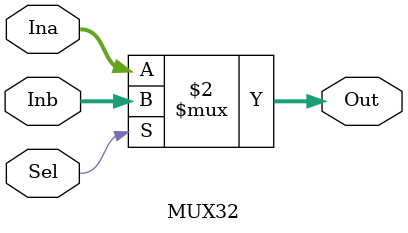
<source format=v>
module MUX32(Sel, Ina, Inb, Out);
    input Sel;
    input [31: 0] Ina;
    input [31: 0] Inb;
    output [31: 0] Out;

    assign Out = (Sel == 0) ? Ina : Inb;

endmodule
</source>
